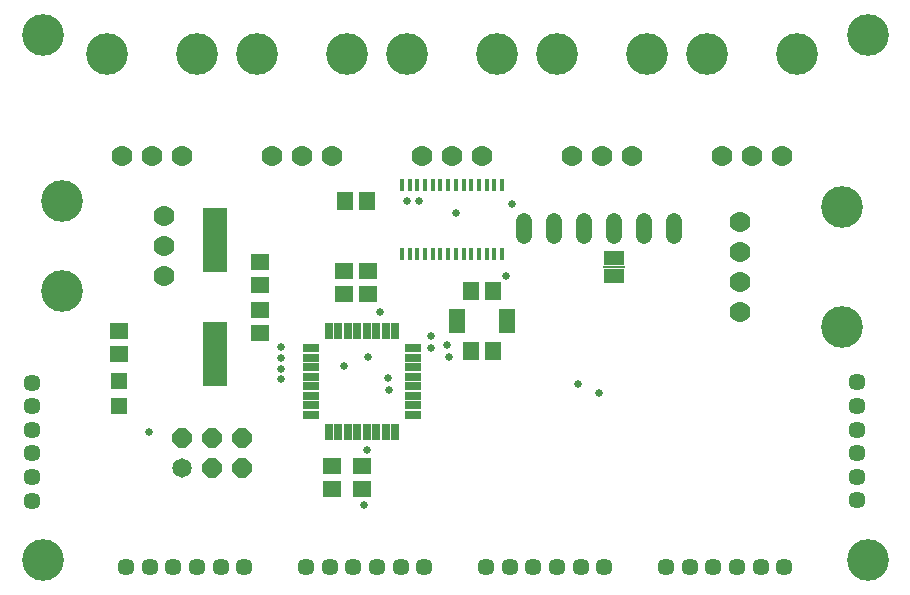
<source format=gbr>
G04 EAGLE Gerber RS-274X export*
G75*
%MOMM*%
%FSLAX34Y34*%
%LPD*%
%INSoldermask Top*%
%IPPOS*%
%AMOC8*
5,1,8,0,0,1.08239X$1,22.5*%
G01*
%ADD10C,3.527000*%
%ADD11R,1.627000X1.427000*%
%ADD12R,2.057400X5.461000*%
%ADD13R,1.427000X1.627000*%
%ADD14R,1.477000X2.127000*%
%ADD15C,1.765300*%
%ADD16C,3.530600*%
%ADD17C,1.651000*%
%ADD18P,1.787026X8X22.500000*%
%ADD19R,0.685800X1.397000*%
%ADD20R,1.397000X0.685800*%
%ADD21C,1.447800*%
%ADD22C,1.346200*%
%ADD23R,0.431800X1.117600*%
%ADD24R,1.327000X1.327000*%
%ADD25R,1.727200X1.295400*%
%ADD26R,1.828800X0.152400*%
%ADD27C,0.652000*%


D10*
X31750Y31750D03*
X730250Y31750D03*
X730250Y476250D03*
X31750Y476250D03*
D11*
X215900Y264820D03*
X215900Y283820D03*
X215900Y243180D03*
X215900Y224180D03*
X302260Y111100D03*
X302260Y92100D03*
X287020Y257200D03*
X287020Y276200D03*
X307340Y257200D03*
X307340Y276200D03*
X276860Y111100D03*
X276860Y92100D03*
D12*
X177800Y205740D03*
X177800Y302260D03*
D13*
X394360Y208280D03*
X413360Y208280D03*
D14*
X383110Y233680D03*
X424610Y233680D03*
D15*
X622300Y266700D03*
X622300Y292100D03*
X622300Y317500D03*
X622300Y241300D03*
D16*
X708660Y228600D03*
X708660Y330200D03*
D17*
X149860Y109220D03*
D18*
X175260Y109220D03*
X200660Y109220D03*
X149860Y134620D03*
X175260Y134620D03*
X200660Y134620D03*
D15*
X99060Y373380D03*
X124460Y373380D03*
X149860Y373380D03*
D16*
X86360Y459740D03*
X162560Y459740D03*
D15*
X226060Y373380D03*
X251460Y373380D03*
X276860Y373380D03*
D16*
X213360Y459740D03*
X289560Y459740D03*
D15*
X353060Y373380D03*
X378460Y373380D03*
X403860Y373380D03*
D16*
X340360Y459740D03*
X416560Y459740D03*
D15*
X480060Y373380D03*
X505460Y373380D03*
X530860Y373380D03*
D16*
X467360Y459740D03*
X543560Y459740D03*
D15*
X607060Y373380D03*
X632460Y373380D03*
X657860Y373380D03*
D16*
X594360Y459740D03*
X670560Y459740D03*
D19*
X330260Y225806D03*
X322260Y225806D03*
X314260Y225806D03*
X306260Y225806D03*
X298260Y225806D03*
X290260Y225806D03*
X282260Y225806D03*
X274260Y225806D03*
D20*
X259334Y210880D03*
X259334Y202880D03*
X259334Y194880D03*
X259334Y186880D03*
X259334Y178880D03*
X259334Y170880D03*
X259334Y162880D03*
X259334Y154880D03*
D19*
X274260Y139954D03*
X282260Y139954D03*
X290260Y139954D03*
X298260Y139954D03*
X306260Y139954D03*
X314260Y139954D03*
X322260Y139954D03*
X330260Y139954D03*
D20*
X345186Y154880D03*
X345186Y162880D03*
X345186Y170880D03*
X345186Y178880D03*
X345186Y186880D03*
X345186Y194880D03*
X345186Y202880D03*
X345186Y210880D03*
D13*
X287680Y335280D03*
X306680Y335280D03*
D21*
X102489Y25400D03*
X122555Y25400D03*
X142367Y25400D03*
X162433Y25400D03*
X182499Y25400D03*
X202565Y25400D03*
X254889Y25400D03*
X274955Y25400D03*
X294767Y25400D03*
X314833Y25400D03*
X334899Y25400D03*
X354965Y25400D03*
X407289Y25400D03*
X427355Y25400D03*
X447167Y25400D03*
X467233Y25400D03*
X487299Y25400D03*
X507365Y25400D03*
X559689Y25400D03*
X579755Y25400D03*
X599567Y25400D03*
X619633Y25400D03*
X639699Y25400D03*
X659765Y25400D03*
X721360Y82169D03*
X721360Y102235D03*
X721360Y122047D03*
X721360Y142113D03*
X721360Y162179D03*
X721360Y182245D03*
X22860Y181991D03*
X22860Y161925D03*
X22860Y142113D03*
X22860Y122047D03*
X22860Y101981D03*
X22860Y81915D03*
D22*
X439420Y306324D02*
X439420Y318516D01*
X464820Y318516D02*
X464820Y306324D01*
X490220Y306324D02*
X490220Y318516D01*
X515620Y318516D02*
X515620Y306324D01*
X541020Y306324D02*
X541020Y318516D01*
X566420Y318516D02*
X566420Y306324D01*
D23*
X336210Y290862D03*
X342710Y290862D03*
X349210Y290862D03*
X355710Y290862D03*
X362210Y290862D03*
X368710Y290862D03*
X375210Y290862D03*
X381710Y290862D03*
X381710Y349218D03*
X375210Y349218D03*
X368710Y349218D03*
X362210Y349218D03*
X355710Y349218D03*
X349210Y349218D03*
X342710Y349218D03*
X336210Y349218D03*
X388210Y290862D03*
X394710Y290862D03*
X388210Y349218D03*
X394710Y349218D03*
X401210Y290862D03*
X407710Y290862D03*
X414210Y290862D03*
X420710Y290862D03*
X420710Y349218D03*
X414210Y349218D03*
X407710Y349218D03*
X401210Y349218D03*
D13*
X394360Y259080D03*
X413360Y259080D03*
D24*
X96520Y183220D03*
X96520Y162220D03*
D11*
X96520Y206400D03*
X96520Y225400D03*
D25*
X515620Y287020D03*
X515620Y271780D03*
D26*
X515620Y279400D03*
D15*
X134620Y322580D03*
X134620Y297180D03*
X134620Y271780D03*
D16*
X48260Y335280D03*
X48260Y259080D03*
D27*
X306324Y124460D03*
X287020Y195580D03*
X304292Y78232D03*
X324556Y186136D03*
X350520Y335280D03*
X485140Y180340D03*
X325120Y175260D03*
X340360Y335280D03*
X502920Y172720D03*
X317500Y241300D03*
X121920Y139700D03*
X381762Y325628D03*
X429260Y332740D03*
X233680Y211892D03*
X233680Y202804D03*
X233934Y193716D03*
X233934Y184628D03*
X307340Y203200D03*
X360680Y220980D03*
X375920Y203200D03*
X374368Y213360D03*
X424180Y271780D03*
X360680Y210820D03*
M02*

</source>
